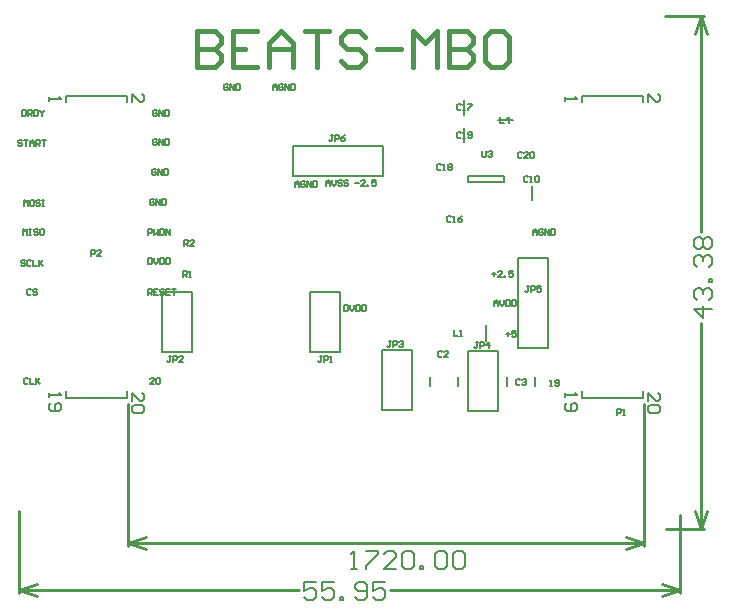
<source format=gto>
G04*
G04 #@! TF.GenerationSoftware,Altium Limited,Altium Designer,19.0.10 (269)*
G04*
G04 Layer_Color=65535*
%FSLAX25Y25*%
%MOIN*%
G70*
G01*
G75*
%ADD10C,0.01000*%
%ADD11C,0.00787*%
%ADD12C,0.00600*%
%ADD13C,0.00500*%
%ADD14C,0.01500*%
D10*
X438190Y391270D02*
X451060D01*
X438340Y220500D02*
X451060D01*
X450060Y319381D02*
Y391270D01*
Y220500D02*
Y289189D01*
X448060Y385270D02*
X450060Y391270D01*
X452060Y385270D01*
X450060Y220500D02*
X452060Y226500D01*
X448060D02*
X450060Y220500D01*
X443000Y199200D02*
Y225160D01*
X222730Y199200D02*
Y226570D01*
X346361Y200200D02*
X443000D01*
X222730D02*
X316169D01*
X437000Y202200D02*
X443000Y200200D01*
X437000Y198200D02*
X443000Y200200D01*
X222730D02*
X228730Y198200D01*
X222730Y200200D02*
X228730Y202200D01*
X259130Y215660D02*
X265130Y217660D01*
X259130Y215660D02*
X265130Y213660D01*
X425130D02*
X431130Y215660D01*
X425130Y217660D02*
X431130Y215660D01*
X259130D02*
X345130D01*
X431130D01*
X259130Y214660D02*
Y261999D01*
X431130Y214660D02*
Y261999D01*
D11*
X393663Y330118D02*
Y334842D01*
X372338Y336176D02*
Y338144D01*
X384542Y336176D02*
Y338144D01*
X372338Y336176D02*
X384542D01*
X372338Y338144D02*
X384542D01*
X378313Y283191D02*
Y288309D01*
X372260Y259890D02*
Y279890D01*
Y259890D02*
X382260D01*
Y279890D01*
X372260D02*
X382260D01*
X353670Y260010D02*
Y280010D01*
X343670D02*
X353670D01*
X343670Y260010D02*
Y280010D01*
Y260010D02*
X353670D01*
X359646Y267950D02*
Y271100D01*
X369094Y267950D02*
Y271100D01*
X329790Y279370D02*
Y299370D01*
X319790D02*
X329790D01*
X319790Y279370D02*
Y299370D01*
Y279370D02*
X329790D01*
X280380Y279410D02*
Y299410D01*
X270380D02*
X280380D01*
X270380Y279410D02*
Y299410D01*
Y279410D02*
X280380D01*
X313960Y338050D02*
Y348050D01*
X343960D01*
Y338050D02*
Y348050D01*
X313960Y338050D02*
X343960D01*
X389120Y310660D02*
X399120D01*
Y280660D02*
Y310660D01*
X389120Y280660D02*
X399120D01*
X389120D02*
Y310660D01*
X385456Y267945D02*
Y271095D01*
X394904Y267945D02*
Y271095D01*
X238402Y364797D02*
X258598D01*
Y362631D02*
Y364797D01*
X238402Y362631D02*
Y364797D01*
Y264206D02*
X258598D01*
X238402D02*
Y266371D01*
X258598Y264206D02*
Y266371D01*
X430598Y264206D02*
Y266371D01*
X410402Y264206D02*
Y266371D01*
Y264206D02*
X430598D01*
X410402Y362631D02*
Y364797D01*
X430598Y362631D02*
Y364797D01*
X410402D02*
X430598D01*
X371157Y358558D02*
Y363282D01*
X371160Y349468D02*
Y354192D01*
X382311Y356850D02*
X387429D01*
D12*
X453659Y293788D02*
X447661D01*
X450660Y290789D01*
Y294788D01*
X448661Y296787D02*
X447661Y297787D01*
Y299786D01*
X448661Y300786D01*
X449660D01*
X450660Y299786D01*
Y298787D01*
Y299786D01*
X451660Y300786D01*
X452659D01*
X453659Y299786D01*
Y297787D01*
X452659Y296787D01*
X453659Y302785D02*
X452659D01*
Y303785D01*
X453659D01*
Y302785D01*
X448661Y307784D02*
X447661Y308784D01*
Y310783D01*
X448661Y311783D01*
X449660D01*
X450660Y310783D01*
Y309783D01*
Y310783D01*
X451660Y311783D01*
X452659D01*
X453659Y310783D01*
Y308784D01*
X452659Y307784D01*
X448661Y313782D02*
X447661Y314782D01*
Y316781D01*
X448661Y317781D01*
X449660D01*
X450660Y316781D01*
X451660Y317781D01*
X452659D01*
X453659Y316781D01*
Y314782D01*
X452659Y313782D01*
X451660D01*
X450660Y314782D01*
X449660Y313782D01*
X448661D01*
X450660Y314782D02*
Y316781D01*
X321768Y202599D02*
X317769D01*
Y199600D01*
X319769Y200600D01*
X320768D01*
X321768Y199600D01*
Y197601D01*
X320768Y196601D01*
X318769D01*
X317769Y197601D01*
X327766Y202599D02*
X323767D01*
Y199600D01*
X325767Y200600D01*
X326766D01*
X327766Y199600D01*
Y197601D01*
X326766Y196601D01*
X324767D01*
X323767Y197601D01*
X329766Y196601D02*
Y197601D01*
X330765D01*
Y196601D01*
X329766D01*
X334764Y197601D02*
X335764Y196601D01*
X337763D01*
X338763Y197601D01*
Y201599D01*
X337763Y202599D01*
X335764D01*
X334764Y201599D01*
Y200600D01*
X335764Y199600D01*
X338763D01*
X344761Y202599D02*
X340762D01*
Y199600D01*
X342761Y200600D01*
X343761D01*
X344761Y199600D01*
Y197601D01*
X343761Y196601D01*
X341762D01*
X340762Y197601D01*
X232752Y364344D02*
Y363011D01*
Y363677D01*
X236751D01*
X236084Y364344D01*
X260311Y362859D02*
Y365525D01*
X262977Y362859D01*
X263643D01*
X264310Y363526D01*
Y364859D01*
X263643Y365525D01*
X232752Y265840D02*
Y264507D01*
Y265174D01*
X236751D01*
X236084Y265840D01*
X233418Y262508D02*
X232752Y261841D01*
Y260508D01*
X233418Y259842D01*
X236084D01*
X236751Y260508D01*
Y261841D01*
X236084Y262508D01*
X235418D01*
X234751Y261841D01*
Y259842D01*
X260311Y263174D02*
Y265840D01*
X262977Y263174D01*
X263643D01*
X264310Y263841D01*
Y265174D01*
X263643Y265840D01*
Y261841D02*
X264310Y261175D01*
Y259842D01*
X263643Y259175D01*
X260978D01*
X260311Y259842D01*
Y261175D01*
X260978Y261841D01*
X263643D01*
X432311Y263174D02*
Y265840D01*
X434977Y263174D01*
X435643D01*
X436310Y263841D01*
Y265174D01*
X435643Y265840D01*
Y261841D02*
X436310Y261175D01*
Y259842D01*
X435643Y259175D01*
X432977D01*
X432311Y259842D01*
Y261175D01*
X432977Y261841D01*
X435643D01*
X404752Y265840D02*
Y264507D01*
Y265174D01*
X408751D01*
X408084Y265840D01*
X405418Y262508D02*
X404752Y261841D01*
Y260508D01*
X405418Y259842D01*
X408084D01*
X408751Y260508D01*
Y261841D01*
X408084Y262508D01*
X407418D01*
X406751Y261841D01*
Y259842D01*
X432311Y362859D02*
Y365525D01*
X434977Y362859D01*
X435643D01*
X436310Y363526D01*
Y364859D01*
X435643Y365525D01*
X404752Y364344D02*
Y363011D01*
Y363677D01*
X408751D01*
X408084Y364344D01*
X333380Y207060D02*
X335379D01*
X334380D01*
Y213058D01*
X333380Y212058D01*
X338378Y213058D02*
X342377D01*
Y212058D01*
X338378Y208060D01*
Y207060D01*
X348375D02*
X344376D01*
X348375Y211059D01*
Y212058D01*
X347375Y213058D01*
X345376D01*
X344376Y212058D01*
X350375D02*
X351374Y213058D01*
X353374D01*
X354373Y212058D01*
Y208060D01*
X353374Y207060D01*
X351374D01*
X350375Y208060D01*
Y212058D01*
X356373Y207060D02*
Y208060D01*
X357372D01*
Y207060D01*
X356373D01*
X361371Y212058D02*
X362371Y213058D01*
X364370D01*
X365370Y212058D01*
Y208060D01*
X364370Y207060D01*
X362371D01*
X361371Y208060D01*
Y212058D01*
X367369D02*
X368369Y213058D01*
X370368D01*
X371368Y212058D01*
Y208060D01*
X370368Y207060D01*
X368369D01*
X367369Y208060D01*
Y212058D01*
D13*
X314910Y334490D02*
Y335823D01*
X315577Y336489D01*
X316243Y335823D01*
Y334490D01*
Y335490D01*
X314910D01*
X318242Y336156D02*
X317909Y336489D01*
X317243D01*
X316909Y336156D01*
Y334823D01*
X317243Y334490D01*
X317909D01*
X318242Y334823D01*
Y335490D01*
X317576D01*
X318909Y334490D02*
Y336489D01*
X320242Y334490D01*
Y336489D01*
X320908D02*
Y334490D01*
X321908D01*
X322241Y334823D01*
Y336156D01*
X321908Y336489D01*
X320908D01*
X366773Y324356D02*
X366440Y324689D01*
X365773D01*
X365440Y324356D01*
Y323023D01*
X365773Y322690D01*
X366440D01*
X366773Y323023D01*
X367439Y322690D02*
X368106D01*
X367773D01*
Y324689D01*
X367439Y324356D01*
X370438Y324689D02*
X369772Y324356D01*
X369106Y323690D01*
Y323023D01*
X369439Y322690D01*
X370105D01*
X370438Y323023D01*
Y323356D01*
X370105Y323690D01*
X369106D01*
X363323Y341906D02*
X362990Y342239D01*
X362323D01*
X361990Y341906D01*
Y340573D01*
X362323Y340240D01*
X362990D01*
X363323Y340573D01*
X363989Y340240D02*
X364656D01*
X364323D01*
Y342239D01*
X363989Y341906D01*
X365655D02*
X365989Y342239D01*
X366655D01*
X366988Y341906D01*
Y341573D01*
X366655Y341240D01*
X366988Y340906D01*
Y340573D01*
X366655Y340240D01*
X365989D01*
X365655Y340573D01*
Y340906D01*
X365989Y341240D01*
X365655Y341573D01*
Y341906D01*
X365989Y341240D02*
X366655D01*
X390403Y345776D02*
X390070Y346109D01*
X389403D01*
X389070Y345776D01*
Y344443D01*
X389403Y344110D01*
X390070D01*
X390403Y344443D01*
X392402Y344110D02*
X391069D01*
X392402Y345443D01*
Y345776D01*
X392069Y346109D01*
X391403D01*
X391069Y345776D01*
X393069D02*
X393402Y346109D01*
X394068D01*
X394402Y345776D01*
Y344443D01*
X394068Y344110D01*
X393402D01*
X393069Y344443D01*
Y345776D01*
X392473Y337616D02*
X392140Y337949D01*
X391473D01*
X391140Y337616D01*
Y336283D01*
X391473Y335950D01*
X392140D01*
X392473Y336283D01*
X393139Y335950D02*
X393806D01*
X393473D01*
Y337949D01*
X393139Y337616D01*
X394806D02*
X395139Y337949D01*
X395805D01*
X396138Y337616D01*
Y336283D01*
X395805Y335950D01*
X395139D01*
X394806Y336283D01*
Y337616D01*
X377050Y346519D02*
Y344853D01*
X377383Y344520D01*
X378050D01*
X378383Y344853D01*
Y346519D01*
X379049Y346186D02*
X379383Y346519D01*
X380049D01*
X380382Y346186D01*
Y345853D01*
X380049Y345520D01*
X379716D01*
X380049D01*
X380382Y345186D01*
Y344853D01*
X380049Y344520D01*
X379383D01*
X379049Y344853D01*
X367800Y286849D02*
Y284850D01*
X369133D01*
X369799D02*
X370466D01*
X370133D01*
Y286849D01*
X369799Y286516D01*
X375743Y282619D02*
X375077D01*
X375410D01*
Y280953D01*
X375077Y280620D01*
X374743D01*
X374410Y280953D01*
X376409Y280620D02*
Y282619D01*
X377409D01*
X377742Y282286D01*
Y281620D01*
X377409Y281287D01*
X376409D01*
X379408Y280620D02*
Y282619D01*
X378409Y281620D01*
X379742D01*
X346743Y283029D02*
X346076D01*
X346410D01*
Y281363D01*
X346076Y281030D01*
X345743D01*
X345410Y281363D01*
X347409Y281030D02*
Y283029D01*
X348409D01*
X348742Y282696D01*
Y282030D01*
X348409Y281697D01*
X347409D01*
X349409Y282696D02*
X349742Y283029D01*
X350408D01*
X350742Y282696D01*
Y282363D01*
X350408Y282030D01*
X350075D01*
X350408D01*
X350742Y281697D01*
Y281363D01*
X350408Y281030D01*
X349742D01*
X349409Y281363D01*
X363873Y279496D02*
X363540Y279829D01*
X362873D01*
X362540Y279496D01*
Y278163D01*
X362873Y277830D01*
X363540D01*
X363873Y278163D01*
X365872Y277830D02*
X364539D01*
X365872Y279163D01*
Y279496D01*
X365539Y279829D01*
X364873D01*
X364539Y279496D01*
X323623Y277969D02*
X322956D01*
X323290D01*
Y276303D01*
X322956Y275970D01*
X322623D01*
X322290Y276303D01*
X324289Y275970D02*
Y277969D01*
X325289D01*
X325622Y277636D01*
Y276970D01*
X325289Y276637D01*
X324289D01*
X326289Y275970D02*
X326955D01*
X326622D01*
Y277969D01*
X326289Y277636D01*
X273563Y278179D02*
X272897D01*
X273230D01*
Y276513D01*
X272897Y276180D01*
X272563D01*
X272230Y276513D01*
X274229Y276180D02*
Y278179D01*
X275229D01*
X275562Y277846D01*
Y277180D01*
X275229Y276847D01*
X274229D01*
X277562Y276180D02*
X276229D01*
X277562Y277513D01*
Y277846D01*
X277228Y278179D01*
X276562D01*
X276229Y277846D01*
X277290Y304560D02*
Y306559D01*
X278290D01*
X278623Y306226D01*
Y305560D01*
X278290Y305226D01*
X277290D01*
X277956D02*
X278623Y304560D01*
X279289D02*
X279956D01*
X279623D01*
Y306559D01*
X279289Y306226D01*
X277600Y314880D02*
Y316879D01*
X278600D01*
X278933Y316546D01*
Y315880D01*
X278600Y315546D01*
X277600D01*
X278266D02*
X278933Y314880D01*
X280932D02*
X279599D01*
X280932Y316213D01*
Y316546D01*
X280599Y316879D01*
X279933D01*
X279599Y316546D01*
X307270Y366660D02*
Y367993D01*
X307937Y368659D01*
X308603Y367993D01*
Y366660D01*
Y367660D01*
X307270D01*
X310602Y368326D02*
X310269Y368659D01*
X309603D01*
X309269Y368326D01*
Y366993D01*
X309603Y366660D01*
X310269D01*
X310602Y366993D01*
Y367660D01*
X309936D01*
X311269Y366660D02*
Y368659D01*
X312602Y366660D01*
Y368659D01*
X313268D02*
Y366660D01*
X314268D01*
X314601Y366993D01*
Y368326D01*
X314268Y368659D01*
X313268D01*
X292313Y368506D02*
X291980Y368839D01*
X291313D01*
X290980Y368506D01*
Y367173D01*
X291313Y366840D01*
X291980D01*
X292313Y367173D01*
Y367840D01*
X291647D01*
X292979Y366840D02*
Y368839D01*
X294312Y366840D01*
Y368839D01*
X294979D02*
Y366840D01*
X295978D01*
X296312Y367173D01*
Y368506D01*
X295978Y368839D01*
X294979D01*
X265630Y310789D02*
Y308790D01*
X266630D01*
X266963Y309123D01*
Y310456D01*
X266630Y310789D01*
X265630D01*
X267629D02*
Y309456D01*
X268296Y308790D01*
X268962Y309456D01*
Y310789D01*
X269629D02*
Y308790D01*
X270628D01*
X270962Y309123D01*
Y310456D01*
X270628Y310789D01*
X269629D01*
X271628D02*
Y308790D01*
X272628D01*
X272961Y309123D01*
Y310456D01*
X272628Y310789D01*
X271628D01*
X268773Y359866D02*
X268440Y360199D01*
X267773D01*
X267440Y359866D01*
Y358533D01*
X267773Y358200D01*
X268440D01*
X268773Y358533D01*
Y359200D01*
X268106D01*
X269439Y358200D02*
Y360199D01*
X270772Y358200D01*
Y360199D01*
X271439D02*
Y358200D01*
X272438D01*
X272772Y358533D01*
Y359866D01*
X272438Y360199D01*
X271439D01*
X265730Y298470D02*
Y300469D01*
X266730D01*
X267063Y300136D01*
Y299470D01*
X266730Y299136D01*
X265730D01*
X266396D02*
X267063Y298470D01*
X269062Y300469D02*
X267729D01*
Y298470D01*
X269062D01*
X267729Y299470D02*
X268396D01*
X271062Y300136D02*
X270728Y300469D01*
X270062D01*
X269729Y300136D01*
Y299803D01*
X270062Y299470D01*
X270728D01*
X271062Y299136D01*
Y298803D01*
X270728Y298470D01*
X270062D01*
X269729Y298803D01*
X273061Y300469D02*
X271728D01*
Y298470D01*
X273061D01*
X271728Y299470D02*
X272394D01*
X273727Y300469D02*
X275060D01*
X274394D01*
Y298470D01*
X265730Y318390D02*
Y320389D01*
X266730D01*
X267063Y320056D01*
Y319390D01*
X266730Y319056D01*
X265730D01*
X267729Y320389D02*
Y318390D01*
X268396Y319056D01*
X269062Y318390D01*
Y320389D01*
X269729D02*
Y318390D01*
X270728D01*
X271062Y318723D01*
Y320056D01*
X270728Y320389D01*
X269729D01*
X271728Y318390D02*
Y320389D01*
X273061Y318390D01*
Y320389D01*
X267833Y330006D02*
X267500Y330339D01*
X266833D01*
X266500Y330006D01*
Y328673D01*
X266833Y328340D01*
X267500D01*
X267833Y328673D01*
Y329340D01*
X267166D01*
X268499Y328340D02*
Y330339D01*
X269832Y328340D01*
Y330339D01*
X270499D02*
Y328340D01*
X271498D01*
X271832Y328673D01*
Y330006D01*
X271498Y330339D01*
X270499D01*
X268303Y340156D02*
X267970Y340489D01*
X267303D01*
X266970Y340156D01*
Y338823D01*
X267303Y338490D01*
X267970D01*
X268303Y338823D01*
Y339490D01*
X267636D01*
X268969Y338490D02*
Y340489D01*
X270302Y338490D01*
Y340489D01*
X270969D02*
Y338490D01*
X271968D01*
X272302Y338823D01*
Y340156D01*
X271968Y340489D01*
X270969D01*
X268653Y350066D02*
X268320Y350399D01*
X267653D01*
X267320Y350066D01*
Y348733D01*
X267653Y348400D01*
X268320D01*
X268653Y348733D01*
Y349400D01*
X267986D01*
X269319Y348400D02*
Y350399D01*
X270652Y348400D01*
Y350399D01*
X271319D02*
Y348400D01*
X272318D01*
X272652Y348733D01*
Y350066D01*
X272318Y350399D01*
X271319D01*
X267833Y268871D02*
X266500D01*
X267833Y270204D01*
Y270538D01*
X267500Y270871D01*
X266833D01*
X266500Y270538D01*
X268499D02*
X268833Y270871D01*
X269499D01*
X269832Y270538D01*
Y269205D01*
X269499Y268871D01*
X268833D01*
X268499Y269205D01*
Y270538D01*
X225833D02*
X225500Y270871D01*
X224833D01*
X224500Y270538D01*
Y269205D01*
X224833Y268871D01*
X225500D01*
X225833Y269205D01*
X226499Y270871D02*
Y268871D01*
X227832D01*
X228499Y270871D02*
Y268871D01*
Y269538D01*
X229832Y270871D01*
X228832Y269871D01*
X229832Y268871D01*
X226833Y300166D02*
X226500Y300499D01*
X225833D01*
X225500Y300166D01*
Y298833D01*
X225833Y298500D01*
X226500D01*
X226833Y298833D01*
X228832Y300166D02*
X228499Y300499D01*
X227833D01*
X227499Y300166D01*
Y299833D01*
X227833Y299500D01*
X228499D01*
X228832Y299166D01*
Y298833D01*
X228499Y298500D01*
X227833D01*
X227499Y298833D01*
X224863Y309586D02*
X224530Y309919D01*
X223863D01*
X223530Y309586D01*
Y309253D01*
X223863Y308920D01*
X224530D01*
X224863Y308587D01*
Y308253D01*
X224530Y307920D01*
X223863D01*
X223530Y308253D01*
X226862Y309586D02*
X226529Y309919D01*
X225863D01*
X225529Y309586D01*
Y308253D01*
X225863Y307920D01*
X226529D01*
X226862Y308253D01*
X227529Y309919D02*
Y307920D01*
X228862D01*
X229528Y309919D02*
Y307920D01*
Y308587D01*
X230861Y309919D01*
X229861Y308920D01*
X230861Y307920D01*
X224000Y318420D02*
Y320419D01*
X224666Y319753D01*
X225333Y320419D01*
Y318420D01*
X225999Y320419D02*
X226666D01*
X226333D01*
Y318420D01*
X225999D01*
X226666D01*
X228998Y320086D02*
X228665Y320419D01*
X227999D01*
X227665Y320086D01*
Y319753D01*
X227999Y319420D01*
X228665D01*
X228998Y319087D01*
Y318753D01*
X228665Y318420D01*
X227999D01*
X227665Y318753D01*
X230664Y320419D02*
X229998D01*
X229665Y320086D01*
Y318753D01*
X229998Y318420D01*
X230664D01*
X230998Y318753D01*
Y320086D01*
X230664Y320419D01*
X224590Y328220D02*
Y330219D01*
X225256Y329553D01*
X225923Y330219D01*
Y328220D01*
X227589Y330219D02*
X226923D01*
X226589Y329886D01*
Y328553D01*
X226923Y328220D01*
X227589D01*
X227922Y328553D01*
Y329886D01*
X227589Y330219D01*
X229922Y329886D02*
X229588Y330219D01*
X228922D01*
X228589Y329886D01*
Y329553D01*
X228922Y329220D01*
X229588D01*
X229922Y328887D01*
Y328553D01*
X229588Y328220D01*
X228922D01*
X228589Y328553D01*
X230588Y330219D02*
X231255D01*
X230921D01*
Y328220D01*
X230588D01*
X231255D01*
X223803Y349716D02*
X223470Y350049D01*
X222803D01*
X222470Y349716D01*
Y349383D01*
X222803Y349050D01*
X223470D01*
X223803Y348716D01*
Y348383D01*
X223470Y348050D01*
X222803D01*
X222470Y348383D01*
X224469Y350049D02*
X225802D01*
X225136D01*
Y348050D01*
X226469D02*
Y349383D01*
X227135Y350049D01*
X227802Y349383D01*
Y348050D01*
Y349050D01*
X226469D01*
X228468Y348050D02*
Y350049D01*
X229468D01*
X229801Y349716D01*
Y349050D01*
X229468Y348716D01*
X228468D01*
X229134D02*
X229801Y348050D01*
X230467Y350049D02*
X231800D01*
X231134D01*
Y348050D01*
X223650Y360199D02*
Y358200D01*
X224650D01*
X224983Y358533D01*
Y359866D01*
X224650Y360199D01*
X223650D01*
X225649Y358200D02*
Y360199D01*
X226649D01*
X226982Y359866D01*
Y359200D01*
X226649Y358866D01*
X225649D01*
X226316D02*
X226982Y358200D01*
X227649Y360199D02*
Y358200D01*
X228648D01*
X228982Y358533D01*
Y359866D01*
X228648Y360199D01*
X227649D01*
X229648D02*
Y359866D01*
X230314Y359200D01*
X230981Y359866D01*
Y360199D01*
X230314Y359200D02*
Y358200D01*
X385090Y285560D02*
X386423D01*
X385756Y286226D02*
Y284893D01*
X388422Y286559D02*
X387089D01*
Y285560D01*
X387756Y285893D01*
X388089D01*
X388422Y285560D01*
Y284893D01*
X388089Y284560D01*
X387423D01*
X387089Y284893D01*
X381070Y294740D02*
Y296073D01*
X381736Y296739D01*
X382403Y296073D01*
Y294740D01*
Y295740D01*
X381070D01*
X383069Y296739D02*
Y295406D01*
X383736Y294740D01*
X384402Y295406D01*
Y296739D01*
X385069D02*
Y294740D01*
X386068D01*
X386402Y295073D01*
Y296406D01*
X386068Y296739D01*
X385069D01*
X387068D02*
Y294740D01*
X388068D01*
X388401Y295073D01*
Y296406D01*
X388068Y296739D01*
X387068D01*
X380570Y305540D02*
X381903D01*
X381237Y306206D02*
Y304873D01*
X383902Y304540D02*
X382569D01*
X383902Y305873D01*
Y306206D01*
X383569Y306539D01*
X382903D01*
X382569Y306206D01*
X384569Y304540D02*
Y304873D01*
X384902D01*
Y304540D01*
X384569D01*
X387568Y306539D02*
X386235D01*
Y305540D01*
X386901Y305873D01*
X387234D01*
X387568Y305540D01*
Y304873D01*
X387234Y304540D01*
X386568D01*
X386235Y304873D01*
X325230Y334680D02*
Y336013D01*
X325897Y336679D01*
X326563Y336013D01*
Y334680D01*
Y335680D01*
X325230D01*
X327229Y336679D02*
Y335347D01*
X327896Y334680D01*
X328562Y335347D01*
Y336679D01*
X330562Y336346D02*
X330228Y336679D01*
X329562D01*
X329229Y336346D01*
Y336013D01*
X329562Y335680D01*
X330228D01*
X330562Y335347D01*
Y335013D01*
X330228Y334680D01*
X329562D01*
X329229Y335013D01*
X332561Y336346D02*
X332228Y336679D01*
X331561D01*
X331228Y336346D01*
Y336013D01*
X331561Y335680D01*
X332228D01*
X332561Y335347D01*
Y335013D01*
X332228Y334680D01*
X331561D01*
X331228Y335013D01*
X334880Y335690D02*
X336213D01*
X338212Y334690D02*
X336879D01*
X338212Y336023D01*
Y336356D01*
X337879Y336689D01*
X337213D01*
X336879Y336356D01*
X338879Y334690D02*
Y335023D01*
X339212D01*
Y334690D01*
X338879D01*
X341878Y336689D02*
X340545D01*
Y335690D01*
X341211Y336023D01*
X341545D01*
X341878Y335690D01*
Y335023D01*
X341545Y334690D01*
X340878D01*
X340545Y335023D01*
X393970Y318260D02*
Y319593D01*
X394637Y320259D01*
X395303Y319593D01*
Y318260D01*
Y319260D01*
X393970D01*
X397302Y319926D02*
X396969Y320259D01*
X396303D01*
X395969Y319926D01*
Y318593D01*
X396303Y318260D01*
X396969D01*
X397302Y318593D01*
Y319260D01*
X396636D01*
X397969Y318260D02*
Y320259D01*
X399302Y318260D01*
Y320259D01*
X399968D02*
Y318260D01*
X400968D01*
X401301Y318593D01*
Y319926D01*
X400968Y320259D01*
X399968D01*
X399780Y268120D02*
X400447D01*
X400113D01*
Y270119D01*
X399780Y269786D01*
X401446Y268453D02*
X401779Y268120D01*
X402446D01*
X402779Y268453D01*
Y269786D01*
X402446Y270119D01*
X401779D01*
X401446Y269786D01*
Y269453D01*
X401779Y269120D01*
X402779D01*
X331060Y295209D02*
Y293210D01*
X332060D01*
X332393Y293543D01*
Y294876D01*
X332060Y295209D01*
X331060D01*
X333059D02*
Y293877D01*
X333726Y293210D01*
X334392Y293877D01*
Y295209D01*
X335059D02*
Y293210D01*
X336058D01*
X336392Y293543D01*
Y294876D01*
X336058Y295209D01*
X335059D01*
X337058D02*
Y293210D01*
X338058D01*
X338391Y293543D01*
Y294876D01*
X338058Y295209D01*
X337058D01*
X246870Y311301D02*
Y313301D01*
X247870D01*
X248203Y312967D01*
Y312301D01*
X247870Y311968D01*
X246870D01*
X250202Y311301D02*
X248869D01*
X250202Y312634D01*
Y312967D01*
X249869Y313301D01*
X249203D01*
X248869Y312967D01*
X422090Y258460D02*
Y260459D01*
X423090D01*
X423423Y260126D01*
Y259460D01*
X423090Y259126D01*
X422090D01*
X424089Y258460D02*
X424756D01*
X424423D01*
Y260459D01*
X424089Y260126D01*
X383170Y357806D02*
Y355807D01*
X384503D01*
X386169D02*
Y357806D01*
X385169Y356806D01*
X386502D01*
X327283Y351629D02*
X326616D01*
X326950D01*
Y349963D01*
X326616Y349630D01*
X326283D01*
X325950Y349963D01*
X327949Y349630D02*
Y351629D01*
X328949D01*
X329282Y351296D01*
Y350630D01*
X328949Y350296D01*
X327949D01*
X331282Y351629D02*
X330615Y351296D01*
X329949Y350630D01*
Y349963D01*
X330282Y349630D01*
X330948D01*
X331282Y349963D01*
Y350296D01*
X330948Y350630D01*
X329949D01*
X392863Y301569D02*
X392196D01*
X392530D01*
Y299903D01*
X392196Y299570D01*
X391863D01*
X391530Y299903D01*
X393529Y299570D02*
Y301569D01*
X394529D01*
X394862Y301236D01*
Y300570D01*
X394529Y300237D01*
X393529D01*
X396862Y301569D02*
X395529D01*
Y300570D01*
X396195Y300903D01*
X396528D01*
X396862Y300570D01*
Y299903D01*
X396528Y299570D01*
X395862D01*
X395529Y299903D01*
X370033Y352496D02*
X369700Y352829D01*
X369033D01*
X368700Y352496D01*
Y351163D01*
X369033Y350830D01*
X369700D01*
X370033Y351163D01*
X370699Y350830D02*
X371366D01*
X371033D01*
Y352829D01*
X370699Y352496D01*
X372365Y351163D02*
X372699Y350830D01*
X373365D01*
X373698Y351163D01*
Y352496D01*
X373365Y352829D01*
X372699D01*
X372365Y352496D01*
Y352163D01*
X372699Y351830D01*
X373698D01*
X370039Y361606D02*
X369706Y361939D01*
X369040D01*
X368706Y361606D01*
Y360273D01*
X369040Y359940D01*
X369706D01*
X370039Y360273D01*
X370706Y359940D02*
X371372D01*
X371039D01*
Y361939D01*
X370706Y361606D01*
X372372Y361939D02*
X373705D01*
Y361606D01*
X372372Y360273D01*
Y359940D01*
X389883Y270146D02*
X389550Y270479D01*
X388883D01*
X388550Y270146D01*
Y268813D01*
X388883Y268480D01*
X389550D01*
X389883Y268813D01*
X390549Y270146D02*
X390883Y270479D01*
X391549D01*
X391882Y270146D01*
Y269813D01*
X391549Y269480D01*
X391216D01*
X391549D01*
X391882Y269146D01*
Y268813D01*
X391549Y268480D01*
X390883D01*
X390549Y268813D01*
D14*
X282130Y386246D02*
Y374250D01*
X288128D01*
X290127Y376249D01*
Y378249D01*
X288128Y380248D01*
X282130D01*
X288128D01*
X290127Y382247D01*
Y384247D01*
X288128Y386246D01*
X282130D01*
X302123D02*
X294126D01*
Y374250D01*
X302123D01*
X294126Y380248D02*
X298125D01*
X306122Y374250D02*
Y382247D01*
X310121Y386246D01*
X314120Y382247D01*
Y374250D01*
Y380248D01*
X306122D01*
X318118Y386246D02*
X326116D01*
X322117D01*
Y374250D01*
X338112Y384247D02*
X336112Y386246D01*
X332114D01*
X330115Y384247D01*
Y382247D01*
X332114Y380248D01*
X336112D01*
X338112Y378249D01*
Y376249D01*
X336112Y374250D01*
X332114D01*
X330115Y376249D01*
X342111Y380248D02*
X350108D01*
X354107Y374250D02*
Y386246D01*
X358105Y382247D01*
X362104Y386246D01*
Y374250D01*
X366103Y386246D02*
Y374250D01*
X372101D01*
X374100Y376249D01*
Y378249D01*
X372101Y380248D01*
X366103D01*
X372101D01*
X374100Y382247D01*
Y384247D01*
X372101Y386246D01*
X366103D01*
X378099Y384247D02*
X380098Y386246D01*
X384097D01*
X386096Y384247D01*
Y376249D01*
X384097Y374250D01*
X380098D01*
X378099Y376249D01*
Y384247D01*
M02*

</source>
